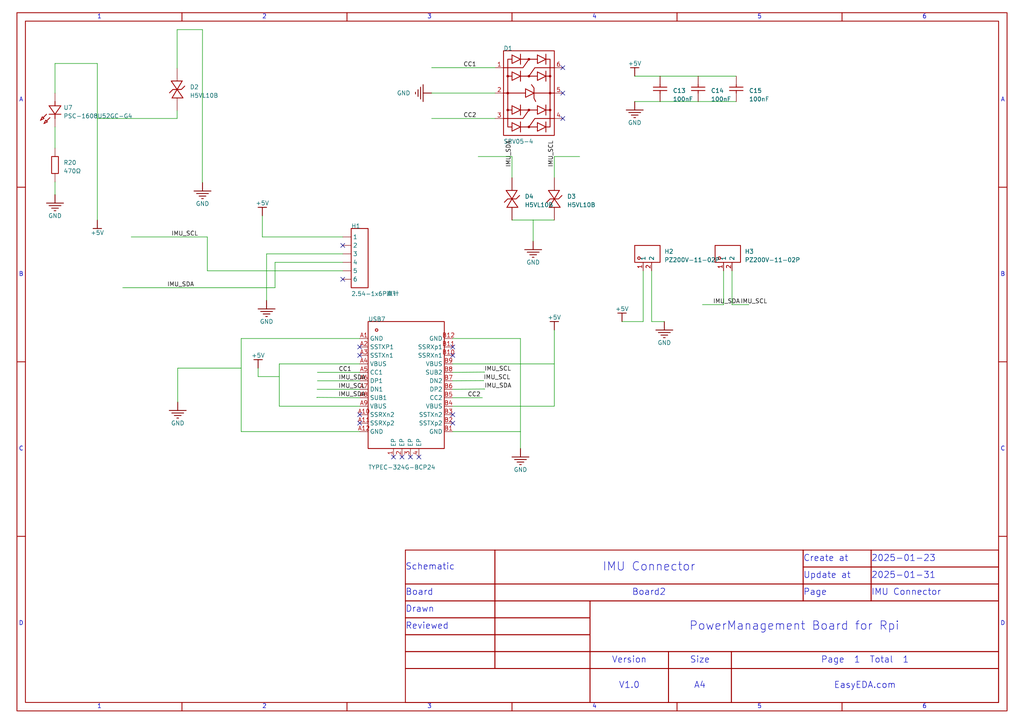
<source format=kicad_sch>
(kicad_sch (version 20231120) (generator "eeschema") (generator_version "8.0")
  (paper "User" 307.34 218.44)
  (lib_symbols
    (symbol "test-altium-import:+5V_BAR" (power)
      (property "Reference" "#PWR" (at 0 0 0))
      (property "Value" "+5V" (at 0 3.81 0))
      (symbol "+5V_BAR_0_0"
        (pin power_in line (at 0 0 0) (length 0) hide (name "+5V") (number ""))
      )
    )
    (symbol "test-altium-import:GND_POWER_GROUND" (power)
      (property "Reference" "#PWR" (at 0 0 0))
      (property "Value" "GND" (at 0 6.35 0))
      (symbol "GND_POWER_GROUND_0_0"
        (pin power_in line (at 0 0 0) (length 0) hide (name "GND") (number ""))
      )
    )
    (symbol "test-altium-import:root_0_2.54-1x6P直针"
      (symbol "root_0_2.54-1x6P直针_1_0"
        (pin passive line (at -5.08 6.35 0) (length 2.54) (name "1") (number "1"))
        (pin passive line (at -5.08 3.81 0) (length 2.54) (name "2") (number "2"))
        (pin passive line (at -5.08 1.27 0) (length 2.54) (name "3") (number "3"))
        (pin passive line (at -5.08 -1.27 0) (length 2.54) (name "4") (number "4"))
        (pin passive line (at -5.08 -3.81 0) (length 2.54) (name "5") (number "5"))
        (pin passive line (at -5.08 -6.35 0) (length 2.54) (name "6") (number "6"))
      )
    )
    (symbol "test-altium-import:root_0_TYPEC-324G-BCP24"
      (symbol "root_0_TYPEC-324G-BCP24_1_0"
        (pin passive line (at -5.08 -20.32 90) (length 2.54) (name "EP") (number "1"))
        (pin passive line (at -2.54 -20.32 90) (length 2.54) (name "EP") (number "2"))
        (pin passive line (at 0 -20.32 90) (length 2.54) (name "EP") (number "3"))
        (pin passive line (at 2.54 -20.32 90) (length 2.54) (name "EP") (number "4"))
        (pin passive line (at -15.24 15.24 0) (length 2.54) (name "GND") (number "A1"))
        (pin passive line (at -15.24 -7.62 0) (length 2.54) (name "SSRXn2") (number "A10"))
        (pin passive line (at -15.24 -10.16 0) (length 2.54) (name "SSRXp2") (number "A11"))
        (pin passive line (at -15.24 -12.7 0) (length 2.54) (name "GND") (number "A12"))
        (pin passive line (at -15.24 12.7 0) (length 2.54) (name "SSTXP1") (number "A2"))
        (pin passive line (at -15.24 10.16 0) (length 2.54) (name "SSTXn1") (number "A3"))
        (pin passive line (at -15.24 7.62 0) (length 2.54) (name "VBUS") (number "A4"))
        (pin passive line (at -15.24 5.08 0) (length 2.54) (name "CC1") (number "A5"))
        (pin passive line (at -15.24 2.54 0) (length 2.54) (name "DP1") (number "A6"))
        (pin passive line (at -15.24 0 0) (length 2.54) (name "DN1") (number "A7"))
        (pin passive line (at -15.24 -2.54 0) (length 2.54) (name "SUB1") (number "A8"))
        (pin passive line (at -15.24 -5.08 0) (length 2.54) (name "VBUS") (number "A9"))
        (pin passive line (at 12.7 -12.7 180) (length 2.54) (name "GND") (number "B1"))
        (pin passive line (at 12.7 10.16 180) (length 2.54) (name "SSRXn1") (number "B10"))
        (pin passive line (at 12.7 12.7 180) (length 2.54) (name "SSRXp1") (number "B11"))
        (pin passive line (at 12.7 15.24 180) (length 2.54) (name "GND") (number "B12"))
        (pin passive line (at 12.7 -10.16 180) (length 2.54) (name "SSTXp2") (number "B2"))
        (pin passive line (at 12.7 -7.62 180) (length 2.54) (name "SSTXn2") (number "B3"))
        (pin passive line (at 12.7 -5.08 180) (length 2.54) (name "VBUS") (number "B4"))
        (pin passive line (at 12.7 -2.54 180) (length 2.54) (name "CC2") (number "B5"))
        (pin passive line (at 12.7 0 180) (length 2.54) (name "DP2") (number "B6"))
        (pin passive line (at 12.7 2.54 180) (length 2.54) (name "DN2") (number "B7"))
        (pin passive line (at 12.7 5.08 180) (length 2.54) (name "SUB2") (number "B8"))
        (pin passive line (at 12.7 7.62 180) (length 2.54) (name "VBUS") (number "B9"))
      )
    )
    (symbol "test-altium-import:root_1_CL21B104KBCNNNC"
      (symbol "root_1_CL21B104KBCNNNC_1_0"
        (pin passive line (at 0 -3.81 90) (length 2.54) (name "1") (number "1"))
        (pin passive line (at 0 3.81 270) (length 2.54) (name "2") (number "2"))
      )
    )
    (symbol "test-altium-import:root_1_H5VL10B"
      (symbol "root_1_H5VL10B_1_0"
        (pin passive line (at 0 -6.35 90) (length 3.81) (name "C") (number "1"))
        (pin passive line (at 0 6.35 270) (length 3.81) (name "A") (number "2"))
      )
    )
    (symbol "test-altium-import:root_1_PSC-1608U52GC-G4"
      (symbol "root_1_PSC-1608U52GC-G4_1_0"
        (pin passive line (at 0 -5.08 90) (length 2.54) (name "K") (number "1"))
        (pin passive line (at 0 5.08 270) (length 2.54) (name "A") (number "2"))
      )
    )
    (symbol "test-altium-import:root_1_PZ200V-11-02P"
      (symbol "root_1_PZ200V-11-02P_1_0"
        (pin passive line (at -1.27 -5.08 90) (length 2.54) (name "1") (number "1"))
        (pin passive line (at 1.27 -5.08 90) (length 2.54) (name "2") (number "2"))
      )
    )
    (symbol "test-altium-import:root_1_RC0603FR-07470RL"
      (symbol "root_1_RC0603FR-07470RL_1_0"
        (pin passive line (at 0 -5.08 90) (length 2.54) (name "1") (number "1"))
        (pin passive line (at 0 5.08 270) (length 2.54) (name "2") (number "2"))
      )
    )
    (symbol "test-altium-import:root_3_SRV05-4_C558418"
      (symbol "root_3_SRV05-4_C558418_1_0"
        (pin passive line (at -10.16 7.62 0) (length 2.54) (name "1") (number "1"))
        (pin passive line (at -10.16 0 0) (length 2.54) (name "2") (number "2"))
        (pin passive line (at -10.16 -7.62 0) (length 2.54) (name "3") (number "3"))
        (pin passive line (at 10.16 -7.62 180) (length 2.54) (name "4") (number "4"))
        (pin passive line (at 10.16 0 180) (length 2.54) (name "5") (number "5"))
        (pin passive line (at 10.16 7.62 180) (length 2.54) (name "6") (number "6"))
      )
    )
  )
  (no_connect (at 107.95 127))
  (no_connect (at 168.91 20.32))
  (no_connect (at 102.87 73.66))
  (no_connect (at 107.95 124.46))
  (no_connect (at 118.11 137.16))
  (no_connect (at 168.91 27.94))
  (no_connect (at 107.95 104.14))
  (no_connect (at 135.89 124.46))
  (no_connect (at 135.89 127))
  (no_connect (at 120.65 137.16))
  (no_connect (at 135.89 106.68))
  (no_connect (at 107.95 106.68))
  (no_connect (at 125.73 137.16))
  (no_connect (at 123.19 137.16))
  (no_connect (at 168.91 35.56))
  (no_connect (at 135.89 104.14))
  (no_connect (at 102.87 83.82))
  (wire (pts (xy 107.95 111.76) (xy 95.25 111.76)))
  (polyline (pts (xy 121.666 195.58) (xy 148.526 195.58)) (stroke (width 0.254) (type solid) (color 160 0 0 1)))
  (wire (pts (xy 129.54 20.32) (xy 148.59 20.32)))
  (polyline (pts (xy 177.104 185.42) (xy 148.526 185.42)) (stroke (width 0.254) (type solid) (color 160 0 0 1)))
  (polyline (pts (xy 261.466 170.18) (xy 241.063 170.18)) (stroke (width 0.254) (type solid) (color 160 0 0 1)))
  (polyline (pts (xy 219.508 200.66) (xy 219.508 195.58)) (stroke (width 0.254) (type solid) (color 160 0 0 1)))
  (polyline (pts (xy 121.666 190.5) (xy 148.526 190.5)) (stroke (width 0.254) (type solid) (color 160 0 0 1)))
  (polyline (pts (xy 200.636 200.66) (xy 200.636 210.82)) (stroke (width 0.254) (type solid) (color 160 0 0 1)))
  (wire (pts (xy 107.95 114.3) (xy 95.25 114.3)))
  (wire (pts (xy 82.55 86.36) (xy 82.55 78.74)))
  (wire (pts (xy 166.37 46.99) (xy 166.37 53.34)))
  (polyline (pts (xy 261.466 175.26) (xy 261.466 170.18)) (stroke (width 0.254) (type solid) (color 160 0 0 1)))
  (wire (pts (xy 72.39 101.6) (xy 72.39 110.49)))
  (wire (pts (xy 72.39 101.6) (xy 107.95 101.6)))
  (polyline (pts (xy 177.104 185.42) (xy 177.104 190.5)) (stroke (width 0.254) (type solid) (color 160 0 0 1)))
  (polyline (pts (xy 148.526 200.66) (xy 121.666 200.66)) (stroke (width 0.254) (type solid) (color 160 0 0 1)))
  (wire (pts (xy 135.89 116.84) (xy 145.413 116.749)))
  (wire (pts (xy 53.159 33.201) (xy 53.159 35.56)))
  (polyline (pts (xy 200.636 210.82) (xy 177.104 210.82)) (stroke (width 0.254) (type solid) (color 160 0 0 1)))
  (polyline (pts (xy 148.526 165.1) (xy 241.063 165.1)) (stroke (width 0.254) (type solid) (color 160 0 0 1)))
  (polyline (pts (xy 299.72 165.1) (xy 299.72 170.18)) (stroke (width 0.254) (type solid) (color 160 0 0 1)))
  (polyline (pts (xy 261.466 175.26) (xy 299.72 175.26)) (stroke (width 0.254) (type solid) (color 160 0 0 1)))
  (polyline (pts (xy 177.104 210.82) (xy 177.104 200.66)) (stroke (width 0.254) (type solid) (color 160 0 0 1)))
  (polyline (pts (xy 219.508 200.66) (xy 219.508 210.82)) (stroke (width 0.254) (type solid) (color 160 0 0 1)))
  (polyline (pts (xy 148.526 185.42) (xy 121.666 185.42)) (stroke (width 0.254) (type solid) (color 160 0 0 1)))
  (polyline (pts (xy 121.666 180.34) (xy 121.666 175.26)) (stroke (width 0.254) (type solid) (color 160 0 0 1)))
  (polyline (pts (xy 261.466 175.26) (xy 241.063 175.26)) (stroke (width 0.254) (type solid) (color 160 0 0 1)))
  (wire (pts (xy 135.89 114.3) (xy 145.134 114.235)))
  (polyline (pts (xy 261.466 170.18) (xy 261.466 175.26)) (stroke (width 0.254) (type solid) (color 160 0 0 1)))
  (polyline (pts (xy 177.104 195.58) (xy 148.526 195.58)) (stroke (width 0.254) (type solid) (color 160 0 0 1)))
  (polyline (pts (xy 261.466 175.26) (xy 261.466 180.34)) (stroke (width 0.254) (type solid) (color 160 0 0 1)))
  (wire (pts (xy 217.17 91.44) (xy 217.17 81.28)))
  (wire (pts (xy 160.02 66.04) (xy 166.37 66.04)))
  (polyline (pts (xy 261.466 165.1) (xy 261.466 170.18)) (stroke (width 0.254) (type solid) (color 160 0 0 1)))
  (polyline (pts (xy 299.72 200.66) (xy 299.72 210.82)) (stroke (width 0.254) (type solid) (color 160 0 0 1)))
  (wire (pts (xy 29.21 66.04) (xy 29.21 35.56)))
  (polyline (pts (xy 148.526 185.42) (xy 148.526 190.5)) (stroke (width 0.254) (type solid) (color 160 0 0 1)))
  (polyline (pts (xy 148.526 195.58) (xy 148.526 190.5)) (stroke (width 0.254) (type solid) (color 160 0 0 1)))
  (polyline (pts (xy 241.063 175.26) (xy 148.526 175.26)) (stroke (width 0.254) (type solid) (color 160 0 0 1)))
  (polyline (pts (xy 121.666 210.82) (xy 121.666 200.66)) (stroke (width 0.254) (type solid) (color 160 0 0 1)))
  (polyline (pts (xy 121.666 200.66) (xy 121.666 195.58)) (stroke (width 0.254) (type solid) (color 160 0 0 1)))
  (wire (pts (xy 95.133 119.268) (xy 95.133 119.38)))
  (polyline (pts (xy 121.666 185.42) (xy 121.666 180.34)) (stroke (width 0.254) (type solid) (color 160 0 0 1)))
  (polyline (pts (xy 299.72 170.18) (xy 299.72 175.26)) (stroke (width 0.254) (type solid) (color 160 0 0 1)))
  (polyline (pts (xy 5.08 108.585) (xy 7.62 108.585)) (stroke (width 0.254) (type solid) (color 160 0 0 1)))
  (polyline (pts (xy 148.526 195.58) (xy 177.104 195.58)) (stroke (width 0.254) (type solid) (color 160 0 0 1)))
  (polyline (pts (xy 148.526 180.34) (xy 177.104 180.34)) (stroke (width 0.254) (type solid) (color 160 0 0 1)))
  (polyline (pts (xy 148.526 200.66) (xy 148.526 195.58)) (stroke (width 0.254) (type solid) (color 160 0 0 1)))
  (wire (pts (xy 53.34 120.65) (xy 53.34 110.49)))
  (polyline (pts (xy 200.636 195.58) (xy 219.508 195.58)) (stroke (width 0.254) (type solid) (color 160 0 0 1)))
  (polyline (pts (xy 241.063 175.26) (xy 261.466 175.26)) (stroke (width 0.254) (type solid) (color 160 0 0 1)))
  (wire (pts (xy 16.51 19.05) (xy 16.51 27.94)))
  (wire (pts (xy 60.779 8.89) (xy 60.725 54.791)))
  (polyline (pts (xy 177.104 190.5) (xy 148.526 190.5)) (stroke (width 0.254) (type solid) (color 160 0 0 1)))
  (wire (pts (xy 53.159 35.56) (xy 29.21 35.56)))
  (wire (pts (xy 83.82 121.92) (xy 83.82 113.03)))
  (wire (pts (xy 53.159 20.501) (xy 53.159 8.89)))
  (polyline (pts (xy 302.26 160.972) (xy 299.72 160.972)) (stroke (width 0.254) (type solid) (color 160 0 0 1)))
  (polyline (pts (xy 5.08 160.972) (xy 7.62 160.972)) (stroke (width 0.254) (type solid) (color 160 0 0 1)))
  (wire (pts (xy 220.98 22.86) (xy 209.55 22.86)))
  (polyline (pts (xy 121.666 195.58) (xy 121.666 190.5)) (stroke (width 0.254) (type solid) (color 160 0 0 1)))
  (wire (pts (xy 129.54 27.94) (xy 148.59 27.94)))
  (polyline (pts (xy 203.2 3.81) (xy 203.2 6.35)) (stroke (width 0.254) (type solid) (color 160 0 0 1)))
  (wire (pts (xy 83.82 113.03) (xy 83.82 109.22)))
  (polyline (pts (xy 177.104 195.58) (xy 177.104 200.66)) (stroke (width 0.254) (type solid) (color 160 0 0 1)))
  (polyline (pts (xy 200.636 195.58) (xy 200.636 200.66)) (stroke (width 0.254) (type solid) (color 160 0 0 1)))
  (wire (pts (xy 145.413 116.749) (xy 145.413 116.84)))
  (wire (pts (xy 129.54 35.56) (xy 148.59 35.56)))
  (wire (pts (xy 36.83 86.36) (xy 82.55 86.36)))
  (polyline (pts (xy 148.526 195.58) (xy 148.526 200.66)) (stroke (width 0.254) (type solid) (color 160 0 0 1)))
  (polyline (pts (xy 219.508 200.66) (xy 299.72 200.66)) (stroke (width 0.254) (type solid) (color 160 0 0 1)))
  (polyline (pts (xy 299.72 195.58) (xy 177.104 195.58)) (stroke (width 0.254) (type solid) (color 160 0 0 1)))
  (polyline (pts (xy 299.72 200.66) (xy 219.508 200.66)) (stroke (width 0.254) (type solid) (color 160 0 0 1)))
  (wire (pts (xy 210.82 91.44) (xy 217.17 91.44)))
  (wire (pts (xy 193.04 81.28) (xy 193.04 96.52)))
  (wire (pts (xy 62.23 71.12) (xy 39.37 71.12)))
  (polyline (pts (xy 261.466 170.18) (xy 261.466 165.1)) (stroke (width 0.254) (type solid) (color 160 0 0 1)))
  (polyline (pts (xy 299.72 175.26) (xy 261.466 175.26)) (stroke (width 0.254) (type solid) (color 160 0 0 1)))
  (polyline (pts (xy 121.666 175.26) (xy 148.526 175.26)) (stroke (width 0.254) (type solid) (color 160 0 0 1)))
  (polyline (pts (xy 177.104 200.66) (xy 177.104 210.82)) (stroke (width 0.254) (type solid) (color 160 0 0 1)))
  (wire (pts (xy 107.95 121.92) (xy 83.82 121.92)))
  (wire (pts (xy 199.39 96.52) (xy 195.58 96.52)))
  (wire (pts (xy 224.79 91.44) (xy 219.71 91.44)))
  (wire (pts (xy 193.04 96.52) (xy 186.69 96.52)))
  (polyline (pts (xy 299.72 180.34) (xy 299.72 195.58)) (stroke (width 0.254) (type solid) (color 160 0 0 1)))
  (wire (pts (xy 160.02 72.39) (xy 160.02 66.04)))
  (wire (pts (xy 156.21 101.6) (xy 135.89 101.6)))
  (polyline (pts (xy 203.2 213.36) (xy 203.2 210.82)) (stroke (width 0.254) (type solid) (color 160 0 0 1)))
  (polyline (pts (xy 200.636 200.66) (xy 219.508 200.66)) (stroke (width 0.254) (type solid) (color 160 0 0 1)))
  (wire (pts (xy 78.74 71.12) (xy 102.87 71.12)))
  (wire (pts (xy 156.21 101.6) (xy 156.21 129.54)))
  (polyline (pts (xy 148.526 175.26) (xy 148.526 165.1)) (stroke (width 0.254) (type solid) (color 160 0 0 1)))
  (wire (pts (xy 53.159 8.89) (xy 60.779 8.89)))
  (polyline (pts (xy 148.526 180.34) (xy 148.526 185.42)) (stroke (width 0.254) (type solid) (color 160 0 0 1)))
  (polyline (pts (xy 241.063 175.26) (xy 241.063 180.34)) (stroke (width 0.254) (type solid) (color 160 0 0 1)))
  (polyline (pts (xy 241.063 165.1) (xy 261.466 165.1)) (stroke (width 0.254) (type solid) (color 160 0 0 1)))
  (polyline (pts (xy 177.104 210.82) (xy 121.666 210.82)) (stroke (width 0.254) (type solid) (color 160 0 0 1)))
  (polyline (pts (xy 177.104 180.34) (xy 299.72 180.34)) (stroke (width 0.254) (type solid) (color 160 0 0 1)))
  (wire (pts (xy 173.99 46.99) (xy 166.37 46.99)))
  (polyline (pts (xy 54.61 213.36) (xy 54.61 210.82)) (stroke (width 0.254) (type solid) (color 160 0 0 1)))
  (polyline (pts (xy 54.61 3.81) (xy 54.61 6.35)) (stroke (width 0.254) (type solid) (color 160 0 0 1)))
  (wire (pts (xy 190.5 30.48) (xy 198.12 30.48)))
  (polyline (pts (xy 148.526 190.5) (xy 148.526 195.58)) (stroke (width 0.254) (type solid) (color 160 0 0 1)))
  (wire (pts (xy 82.55 78.74) (xy 102.87 78.74)))
  (wire (pts (xy 198.12 22.86) (xy 209.55 22.86)))
  (wire (pts (xy 16.51 54.61) (xy 16.51 58.42)))
  (polyline (pts (xy 121.666 190.5) (xy 121.666 185.42)) (stroke (width 0.254) (type solid) (color 160 0 0 1)))
  (polyline (pts (xy 299.72 180.34) (xy 261.466 180.34)) (stroke (width 0.254) (type solid) (color 160 0 0 1)))
  (polyline (pts (xy 148.526 180.34) (xy 121.666 180.34)) (stroke (width 0.254) (type solid) (color 160 0 0 1)))
  (polyline (pts (xy 241.063 180.34) (xy 241.063 175.26)) (stroke (width 0.254) (type solid) (color 160 0 0 1)))
  (polyline (pts (xy 148.526 180.34) (xy 148.526 175.26)) (stroke (width 0.254) (type solid) (color 160 0 0 1)))
  (polyline (pts (xy 148.526 175.26) (xy 121.666 175.26)) (stroke (width 0.254) (type solid) (color 160 0 0 1)))
  (wire (pts (xy 62.23 71.12) (xy 62.23 81.28)))
  (wire (pts (xy 145.134 114.235) (xy 145.134 114.3)))
  (polyline (pts (xy 153.67 3.81) (xy 153.67 6.35)) (stroke (width 0.254) (type solid) (color 160 0 0 1)))
  (polyline (pts (xy 121.666 180.34) (xy 148.526 180.34)) (stroke (width 0.254) (type solid) (color 160 0 0 1)))
  (wire (pts (xy 166.37 99.06) (xy 166.37 109.22)))
  (polyline (pts (xy 241.063 175.26) (xy 241.063 170.18)) (stroke (width 0.254) (type solid) (color 160 0 0 1)))
  (polyline (pts (xy 104.14 213.36) (xy 104.14 210.82)) (stroke (width 0.254) (type solid) (color 160 0 0 1)))
  (wire (pts (xy 166.37 121.92) (xy 135.89 121.92)))
  (wire (pts (xy 135.89 111.76) (xy 145.388 111.669)))
  (polyline (pts (xy 200.636 200.66) (xy 200.636 195.58)) (stroke (width 0.254) (type solid) (color 160 0 0 1)))
  (polyline (pts (xy 261.466 180.34) (xy 261.466 175.26)) (stroke (width 0.254) (type solid) (color 160 0 0 1)))
  (polyline (pts (xy 261.466 170.18) (xy 299.72 170.18)) (stroke (width 0.254) (type solid) (color 160 0 0 1)))
  (wire (pts (xy 77.47 110.49) (xy 77.47 113.03)))
  (polyline (pts (xy 200.636 200.66) (xy 177.104 200.66)) (stroke (width 0.254) (type solid) (color 160 0 0 1)))
  (polyline (pts (xy 177.104 200.66) (xy 148.526 200.66)) (stroke (width 0.254) (type solid) (color 160 0 0 1)))
  (wire (pts (xy 83.82 109.22) (xy 107.95 109.22)))
  (wire (pts (xy 29.21 19.05) (xy 16.51 19.05)))
  (polyline (pts (xy 302.26 56.197) (xy 299.72 56.197)) (stroke (width 0.254) (type solid) (color 160 0 0 1)))
  (wire (pts (xy 198.12 30.48) (xy 209.55 30.48)))
  (wire (pts (xy 53.34 110.49) (xy 72.39 110.49)))
  (polyline (pts (xy 302.26 108.585) (xy 299.72 108.585)) (stroke (width 0.254) (type solid) (color 160 0 0 1)))
  (wire (pts (xy 78.74 71.12) (xy 78.74 64.77)))
  (wire (pts (xy 153.67 46.99) (xy 153.67 53.34)))
  (polyline (pts (xy 121.666 200.66) (xy 177.104 200.66)) (stroke (width 0.254) (type solid) (color 160 0 0 1)))
  (polyline (pts (xy 200.636 210.82) (xy 200.636 200.66)) (stroke (width 0.254) (type solid) (color 160 0 0 1)))
  (wire (pts (xy 62.23 81.28) (xy 102.87 81.28)))
  (wire (pts (xy 220.98 30.48) (xy 209.55 30.48)))
  (polyline (pts (xy 177.104 195.58) (xy 200.636 195.58)) (stroke (width 0.254) (type solid) (color 160 0 0 1)))
  (wire (pts (xy 77.47 113.03) (xy 83.82 113.03)))
  (polyline (pts (xy 148.526 190.5) (xy 148.526 185.42)) (stroke (width 0.254) (type solid) (color 160 0 0 1)))
  (polyline (pts (xy 121.666 165.1) (xy 148.526 165.1)) (stroke (width 0.254) (type solid) (color 160 0 0 1)))
  (polyline (pts (xy 299.72 210.82) (xy 219.508 210.82)) (stroke (width 0.254) (type solid) (color 160 0 0 1)))
  (polyline (pts (xy 252.73 213.36) (xy 252.73 210.82)) (stroke (width 0.254) (type solid) (color 160 0 0 1)))
  (polyline (pts (xy 148.526 185.42) (xy 148.526 180.34)) (stroke (width 0.254) (type solid) (color 160 0 0 1)))
  (polyline (pts (xy 299.72 175.26) (xy 299.72 180.34)) (stroke (width 0.254) (type solid) (color 160 0 0 1)))
  (wire (pts (xy 107.95 119.38) (xy 95.133 119.268)))
  (wire (pts (xy 145.388 111.669) (xy 145.388 111.76)))
  (polyline (pts (xy 241.063 165.1) (xy 241.063 175.26)) (stroke (width 0.254) (type solid) (color 160 0 0 1)))
  (polyline (pts (xy 121.666 185.42) (xy 148.526 185.42)) (stroke (width 0.254) (type solid) (color 160 0 0 1)))
  (polyline (pts (xy 177.104 190.5) (xy 177.104 195.58)) (stroke (width 0.254) (type solid) (color 160 0 0 1)))
  (polyline (pts (xy 219.508 195.58) (xy 219.508 200.66)) (stroke (width 0.254) (type solid) (color 160 0 0 1)))
  (wire (pts (xy 143.51 46.99) (xy 153.67 46.99)))
  (polyline (pts (xy 177.104 180.34) (xy 177.104 185.42)) (stroke (width 0.254) (type solid) (color 160 0 0 1)))
  (polyline (pts (xy 241.063 170.18) (xy 241.063 165.1)) (stroke (width 0.254) (type solid) (color 160 0 0 1)))
  (wire (pts (xy 195.58 96.52) (xy 195.58 81.28)))
  (wire (pts (xy 166.37 109.22) (xy 166.37 121.92)))
  (polyline (pts (xy 148.526 195.58) (xy 121.666 195.58)) (stroke (width 0.254) (type solid) (color 160 0 0 1)))
  (polyline (pts (xy 148.526 185.42) (xy 177.104 185.42)) (stroke (width 0.254) (type solid) (color 160 0 0 1)))
  (wire (pts (xy 219.71 91.44) (xy 219.71 81.28)))
  (polyline (pts (xy 148.526 190.5) (xy 121.666 190.5)) (stroke (width 0.254) (type solid) (color 160 0 0 1)))
  (polyline (pts (xy 104.14 3.81) (xy 104.14 6.35)) (stroke (width 0.254) (type solid) (color 160 0 0 1)))
  (wire (pts (xy 29.21 19.05) (xy 29.21 35.56)))
  (wire (pts (xy 135.89 129.54) (xy 156.21 129.54)))
  (wire (pts (xy 107.95 116.84) (xy 95.165 116.84)))
  (polyline (pts (xy 241.063 180.34) (xy 148.526 180.34)) (stroke (width 0.254) (type solid) (color 160 0 0 1)))
  (polyline (pts (xy 219.508 195.58) (xy 299.72 195.58)) (stroke (width 0.254) (type solid) (color 160 0 0 1)))
  (wire (pts (xy 80.01 76.2) (xy 102.87 76.2)))
  (polyline (pts (xy 121.666 175.26) (xy 121.666 165.1)) (stroke (width 0.254) (type solid) (color 160 0 0 1)))
  (polyline (pts (xy 148.526 165.1) (xy 148.526 175.26)) (stroke (width 0.254) (type solid) (color 160 0 0 1)))
  (polyline (pts (xy 219.508 200.66) (xy 200.636 200.66)) (stroke (width 0.254) (type solid) (color 160 0 0 1)))
  (polyline (pts (xy 177.104 195.58) (xy 177.104 180.34)) (stroke (width 0.254) (type solid) (color 160 0 0 1)))
  (wire (pts (xy 72.39 129.54) (xy 107.95 129.54)))
  (polyline (pts (xy 177.104 200.66) (xy 177.104 195.58)) (stroke (width 0.254) (type solid) (color 160 0 0 1)))
  (polyline (pts (xy 148.526 175.26) (xy 148.526 180.34)) (stroke (width 0.254) (type solid) (color 160 0 0 1)))
  (polyline (pts (xy 261.466 180.34) (xy 241.063 180.34)) (stroke (width 0.254) (type solid) (color 160 0 0 1)))
  (polyline (pts (xy 5.08 56.197) (xy 7.62 56.197)) (stroke (width 0.254) (type solid) (color 160 0 0 1)))
  (polyline (pts (xy 219.508 210.82) (xy 219.508 200.66)) (stroke (width 0.254) (type solid) (color 160 0 0 1)))
  (wire (pts (xy 80.01 76.2) (xy 80.01 90.17)))
  (polyline (pts (xy 252.73 3.81) (xy 252.73 6.35)) (stroke (width 0.254) (type solid) (color 160 0 0 1)))
  (wire (pts (xy 72.39 129.54) (xy 72.39 110.49)))
  (polyline (pts (xy 148.526 175.26) (xy 241.063 175.26)) (stroke (width 0.254) (type solid) (color 160 0 0 1)))
  (polyline (pts (xy 177.104 200.66) (xy 200.636 200.66)) (stroke (width 0.254) (type solid) (color 160 0 0 1)))
  (wire (pts (xy 16.51 38.1) (xy 16.51 44.45)))
  (wire (pts (xy 190.5 22.86) (xy 198.12 22.86)))
  (polyline (pts (xy 299.72 195.58) (xy 299.72 200.66)) (stroke (width 0.254) (type solid) (color 160 0 0 1)))
  (polyline (pts (xy 241.063 170.18) (xy 261.466 170.18)) (stroke (width 0.254) (type solid) (color 160 0 0 1)))
  (wire (pts (xy 160.02 66.04) (xy 153.67 66.04)))
  (polyline (pts (xy 153.67 213.36) (xy 153.67 210.82)) (stroke (width 0.254) (type solid) (color 160 0 0 1)))
  (polyline (pts (xy 148.526 190.5) (xy 177.104 190.5)) (stroke (width 0.254) (type solid) (color 160 0 0 1)))
  (polyline (pts (xy 219.508 210.82) (xy 200.636 210.82)) (stroke (width 0.254) (type solid) (color 160 0 0 1)))
  (wire (pts (xy 166.37 109.22) (xy 135.89 109.22)))
  (polyline (pts (xy 261.466 165.1) (xy 299.72 165.1)) (stroke (width 0.254) (type solid) (color 160 0 0 1)))
  (wire (pts (xy 135.89 119.38) (xy 144.78 119.38)))
  (wire (pts (xy 156.21 134.62) (xy 156.21 129.54)))
  (polyline (pts (xy 299.72 170.18) (xy 261.466 170.18)) (stroke (width 0.254) (type solid) (color 160 0 0 1)))
  (rectangle (start 299.72 6.35) (end 7.62 210.82) (stroke (width 0.254) (color 160 0 0 1)))
  (rectangle (start 302.26 3.81) (end 5.08 213.36) (stroke (width 0.254) (color 160 0 0 1)))
  (text "Board" (at 121.666 177.8 0) (effects (font (size 1.905 1.905)) (justify left)))
  (text "IMU Connector" (at 261.466 177.8 0) (effects (font (size 1.905 1.905)) (justify left)))
  (text "6" (at 277.495 5.08 0) (effects (font (size 1.27 1.27))))
  (text "B" (at 300.99 82.391 0) (effects (font (size 1.27 1.27))))
  (text "1" (at 29.845 5.08 0) (effects (font (size 1.27 1.27))))
  (text "" (at 148.526 182.88 0) (effects (font (size 1.905 1.905)) (justify left)))
  (text "Schematic" (at 121.666 170.18 0) (effects (font (size 1.905 1.905)) (justify left)))
  (text "A4" (at 210.072 205.74 0) (effects (font (size 1.905 1.905))))
  (text "Reviewed" (at 121.666 187.96 0) (effects (font (size 1.905 1.905)) (justify left)))
  (text "Version" (at 188.87 198.12 0) (effects (font (size 1.905 1.905))))
  (text "6" (at 277.495 212.09 0) (effects (font (size 1.27 1.27))))
  (text "2025-01-23" (at 261.466 167.64 0) (effects (font (size 1.905 1.905)) (justify left)))
  (text "Update at" (at 241.063 172.72 0) (effects (font (size 1.905 1.905)) (justify left)))
  (text "3" (at 128.905 212.09 0) (effects (font (size 1.27 1.27))))
  (text "B" (at 6.35 82.391 0) (effects (font (size 1.27 1.27))))
  (text "5" (at 227.965 212.09 0) (effects (font (size 1.27 1.27))))
  (text "C" (at 300.99 134.779 0) (effects (font (size 1.27 1.27))))
  (text "2" (at 79.375 212.09 0) (effects (font (size 1.27 1.27))))
  (text "1" (at 29.845 212.09 0) (effects (font (size 1.27 1.27))))
  (text "5" (at 227.965 5.08 0) (effects (font (size 1.27 1.27))))
  (text "2" (at 79.375 5.08 0) (effects (font (size 1.27 1.27))))
  (text "PowerManagement Board for Rpi" (at 238.412 187.96 0) (effects (font (size 2.54 2.54))))
  (text "Create at" (at 241.063 167.64 0) (effects (font (size 1.905 1.905)) (justify left)))
  (text "IMU Connector" (at 194.794 170.18 0) (effects (font (size 2.54 2.54))))
  (text "3" (at 128.905 5.08 0) (effects (font (size 1.27 1.27))))
  (text "Page  1  Total  1" (at 259.614 198.12 0) (effects (font (size 1.905 1.905))))
  (text "" (at 148.526 187.96 0) (effects (font (size 1.905 1.905)) (justify left)))
  (text "D" (at 6.35 187.166 0) (effects (font (size 1.27 1.27))))
  (text "A" (at 6.35 30.004 0) (effects (font (size 1.27 1.27))))
  (text "2025-01-31" (at 261.466 172.72 0) (effects (font (size 1.905 1.905)) (justify left)))
  (text "Size" (at 210.072 198.12 0) (effects (font (size 1.905 1.905))))
  (text "C" (at 6.35 134.779 0) (effects (font (size 1.27 1.27))))
  (text "V1.0" (at 188.87 205.74 0) (effects (font (size 1.905 1.905))))
  (text "Page" (at 241.063 177.8 0) (effects (font (size 1.905 1.905)) (justify left)))
  (text "A" (at 300.99 30.004 0) (effects (font (size 1.27 1.27))))
  (text "D" (at 300.99 187.166 0) (effects (font (size 1.27 1.27))))
  (text "Board2" (at 194.794 177.8 0) (effects (font (size 1.905 1.905))))
  (text "EasyEDA.com" (at 259.614 205.74 0) (effects (font (size 1.905 1.905))))
  (text "4" (at 178.435 5.08 0) (effects (font (size 1.27 1.27))))
  (text "Drawn" (at 121.666 182.88 0) (effects (font (size 1.905 1.905)) (justify left)))
  (text "4" (at 178.435 212.09 0) (effects (font (size 1.27 1.27))))
  (label "CC1" (at 101.6 111.76 0))
  (label "IMU_SDA" (at 101.542 119.324 0))
  (label "CC2" (at 139.065 35.56 0))
  (label "IMU_SCL" (at 101.557 116.84 0))
  (label "IMU_SDA" (at 213.995 91.44 0))
  (label "IMU_SCL" (at 145.388 111.669 0))
  (label "IMU_SDA" (at 153.67 50.165 90))
  (label "CC1" (at 139.065 20.32 0))
  (label "IMU_SCL" (at 222.25 91.44 0))
  (label "IMU_SDA" (at 50.165 86.36 0))
  (label "IMU_SDA" (at 101.6 114.3 0))
  (label "CC2" (at 140.335 119.38 0))
  (label "IMU_SCL" (at 51.435 71.12 0))
  (label "IMU_SDA" (at 145.413 116.749 0))
  (label "IMU_SCL" (at 145.134 114.235 0))
  (label "IMU_SCL" (at 166.37 50.165 90))
  (symbol (lib_id "test-altium-import:GND_POWER_GROUND") (at 190.5 30.48 0) (unit 1)
    (property "Reference" "#PWR?" (effects (hide yes)))
    (property "Value" "GND" (at 190.5 36.83 0))
  )
  (symbol (lib_id "test-altium-import:+5V_BAR") (at 190.5 22.86 180) (unit 1)
    (property "Reference" "#PWR?" (effects (hide yes)))
    (property "Value" "+5V" (at 190.5 19.05 0))
  )
  (symbol (lib_id "test-altium-import:+5V_BAR") (at 166.37 99.06 180) (unit 1)
    (property "Reference" "#PWR?" (effects (hide yes)))
    (property "Value" "+5V" (at 166.37 95.25 0))
  )
  (symbol (lib_id "test-altium-import:+5V_BAR") (at 78.74 64.77 180) (unit 1)
    (property "Reference" "#PWR?" (effects (hide yes)))
    (property "Value" "+5V" (at 78.74 60.96 0))
  )
  (symbol (lib_id "test-altium-import:GND_POWER_GROUND") (at 160.02 72.39 0) (unit 1)
    (property "Reference" "#PWR?" (effects (hide yes)))
    (property "Value" "GND" (at 160.02 78.74 0))
  )
  (symbol (lib_id "test-altium-import:GND_POWER_GROUND") (at 129.54 27.94 270) (unit 1)
    (property "Reference" "#PWR?" (effects (hide yes)))
    (property "Value" "GND" (at 123.19 27.94 90) (effects (justify right)))
  )
  (symbol (lib_id "test-altium-import:root_1_PSC-1608U52GC-G4") (at 16.51 33.02 0) (unit 1)
    (property "Reference" "U7" (at 19.05 33.02 0) (effects (justify left bottom)))
    (property "Value" "PSC-1608U52GC-G4" (at 19.05 35.56 0) (effects (justify left bottom)))
    (property "Footprint" "LED0603-RD_GREEN" (effects (hide yes)))
    (property "SYMBOL" "PSC-1608U52GC-G4" (effects (hide yes)))
    (property "DEVICE" "PSC-1608U52GC-G4" (effects (hide yes)))
    (property "LCSC PART NAME" "钻孔1608低亮绿灯" (effects (hide yes)))
    (property "SUPPLIER PART" "C22371297" (effects (hide yes)))
    (property "MANUFACTURER" "HONGLITRONIC(鸿利光电)" (effects (hide yes)))
    (property "MANUFACTURER PART" "PSC-1608U52GC-G4" (effects (hide yes)))
    (property "SUPPLIER FOOTPRINT" "0603" (effects (hide yes)))
    (property "JLCPCB PART CLASS" "Extended Part" (effects (hide yes)))
    (property "DATASHEET" "https://atta.szlcsc.com/upload/public/pdf/source/20240328/4E4686E4F5DB651C0553C7ABD92F986B.pdf" (effects (hide yes)))
    (property "SUPPLIER" "LCSC" (effects (hide yes)))
    (property "ADD INTO BOM" "yes" (effects (hide yes)))
    (property "CONVERT TO PCB" "yes" (effects (hide yes)))
    (property "EMITTED COLOR" "Green" (effects (hide yes)))
  )
  (symbol (lib_id "test-altium-import:root_1_CL21B104KBCNNNC") (at 220.98 26.67 0) (unit 1)
    (property "Reference" "C15" (at 224.79 27.94 0) (effects (justify left bottom)))
    (property "Value" "100nF" (at 224.79 30.48 0) (effects (justify left bottom)))
    (property "Footprint" "C0805" (effects (hide yes)))
    (property "SYMBOL" "CL21B104KBCNNNC" (effects (hide yes)))
    (property "DEVICE" "CL21B104KBCNNNC" (effects (hide yes)))
    (property "LCSC PART NAME" "100nF ±10% 50V" (effects (hide yes)))
    (property "SUPPLIER PART" "C1711" (effects (hide yes)))
    (property "MANUFACTURER" "SAMSUNG(三星)" (effects (hide yes)))
    (property "MANUFACTURER PART" "CL21B104KBCNNNC" (effects (hide yes)))
    (property "SUPPLIER FOOTPRINT" "0805" (effects (hide yes)))
    (property "JLCPCB PART CLASS" "Extended Part" (effects (hide yes)))
    (property "DATASHEET" "https://atta.szlcsc.com/upload/public/pdf/source/20160218/1457707763339.pdf" (effects (hide yes)))
    (property "SUPPLIER" "LCSC" (effects (hide yes)))
    (property "ADD INTO BOM" "yes" (effects (hide yes)))
    (property "CONVERT TO PCB" "yes" (effects (hide yes)))
    (property "ALTIUM_VALUE" "100nF" (effects (hide yes)))
    (property "TOLERANCE" "±10%" (effects (hide yes)))
  )
  (symbol (lib_id "test-altium-import:root_1_H5VL10B") (at 53.159 26.851 0) (unit 1)
    (property "Reference" "D2" (at 56.969 26.851 0) (effects (justify left bottom)))
    (property "Value" "H5VL10B" (at 56.969 29.391 0) (effects (justify left bottom)))
    (property "Footprint" "SOD-882_L1.0-W0.6-BI" (effects (hide yes)))
    (property "SYMBOL" "H5VL10B" (effects (hide yes)))
    (property "DEVICE" "H5VL10B" (effects (hide yes)))
    (property "LCSC PART NAME" "H5VL10B 丝印 PB" (effects (hide yes)))
    (property "SUPPLIER PART" "C7420372" (effects (hide yes)))
    (property "MANUFACTURER" "宏迦橙" (effects (hide yes)))
    (property "MANUFACTURER PART" "H5VL10B" (effects (hide yes)))
    (property "SUPPLIER FOOTPRINT" "DFN1006-2L" (effects (hide yes)))
    (property "JLCPCB PART CLASS" "Extended Part" (effects (hide yes)))
    (property "DATASHEET" "https://atta.szlcsc.com/upload/public/pdf/source/20230630/5024ECFEAD3C9801B07A8DBB967AB462.pdf" (effects (hide yes)))
    (property "SUPPLIER" "LCSC" (effects (hide yes)))
    (property "ADD INTO BOM" "yes" (effects (hide yes)))
    (property "CONVERT TO PCB" "yes" (effects (hide yes)))
    (property "POLARITY" "Bidirectional" (effects (hide yes)))
    (property "REVERSE STAND-OFF VOLTAGE (VRWM)" "5V" (effects (hide yes)))
    (property "MAXIMUM CLAMPING VOLTAGE" "10V" (effects (hide yes)))
    (property "PEAK PULSE CURRENT (IPP)" "5A" (effects (hide yes)))
    (property "PEAK PULSE POWER DISSIPATION (PPP)" "50W" (effects (hide yes)))
    (property "BREAKDOWN VOLTAGE" "5.6V" (effects (hide yes)))
    (property "REVERSE LEAKAGE CURRENT (IR)" "100nA" (effects (hide yes)))
    (property "NUMBER OF LINES" "Single channel" (effects (hide yes)))
    (property "OPERATING TEMPERATURE" "-55℃~+155℃" (effects (hide yes)))
    (property "LEVEL OF PROTECTION" "-" (effects (hide yes)))
    (property "TYPE" "ESD" (effects (hide yes)))
    (property "JUNCTION CAPACITANCE" "-" (effects (hide yes)))
  )
  (symbol (lib_id "test-altium-import:root_1_PZ200V-11-02P") (at 194.31 76.2 0) (unit 1)
    (property "Reference" "H2" (at 199.39 76.2 0) (effects (justify left bottom)))
    (property "Value" "PZ200V-11-02P" (at 199.39 78.74 0) (effects (justify left bottom)))
    (property "Footprint" "HDR-TH_2P-P2.00-V-M" (effects (hide yes)))
    (property "SYMBOL" "PZ200V-11-02P" (effects (hide yes)))
    (property "DEVICE" "PZ200V-11-02P" (effects (hide yes)))
    (property "SUPPLIER" "LCSC" (effects (hide yes)))
    (property "SUPPLIER PART" "C541856" (effects (hide yes)))
    (property "MANUFACTURER" "XFCN(兴飞)" (effects (hide yes)))
    (property "MANUFACTURER PART" "PZ200V-11-02P" (effects (hide yes)))
    (property "JLCPCB PART CLASS" "Extended Part" (effects (hide yes)))
    (property "LCSC PART NAME" "间距:2mm 1x2P 直插 方针" (effects (hide yes)))
    (property "SUPPLIER FOOTPRINT" "插件,P=2mm" (effects (hide yes)))
    (property "DATASHEET" "https://atta.szlcsc.com/upload/public/pdf/source/20200518/C541858_7610F54454E936EFCDE06B655DF7C837.pdf" (effects (hide yes)))
    (property "ADD INTO BOM" "yes" (effects (hide yes)))
    (property "CONVERT TO PCB" "yes" (effects (hide yes)))
    (property "PIN STRUCTURE" "1x2P" (effects (hide yes)))
    (property "PITCH" "2mm" (effects (hide yes)))
    (property "ROW SPACING" "-" (effects (hide yes)))
    (property "CIRCLUAR PINS/SQUARE PINS" "Square Pins" (effects (hide yes)))
    (property "MOUNTING TYPE" "Straight" (effects (hide yes)))
    (property "NUMBER OF ROWS" "Plugin" (effects (hide yes)))
    (property "NUMBER OF PINS" "2P" (effects (hide yes)))
    (property "CURRENT RATING (MAX)" "-" (effects (hide yes)))
    (property "VOLTAGE RATING (MAX)" "-" (effects (hide yes)))
    (property "LENGTH OF MATING PIN" "3.9mm" (effects (hide yes)))
    (property "INSULATION HEIGHT" "2mm" (effects (hide yes)))
    (property "LENGTH OF END CONNECTION PIN" "2.8mm" (effects (hide yes)))
    (property "CONTACT PLATING" "-" (effects (hide yes)))
    (property "OPERATING TEMPERATURE RANGE" "-40℃~+105℃" (effects (hide yes)))
    (property "SOLDERING TEMPERATURE(MAX)" "-" (effects (hide yes)))
    (property "COLOR" "Black" (effects (hide yes)))
  )
  (symbol (lib_id "test-altium-import:root_1_CL21B104KBCNNNC") (at 198.12 26.67 0) (unit 1)
    (property "Reference" "C13" (at 201.93 27.94 0) (effects (justify left bottom)))
    (property "Value" "100nF" (at 201.93 30.48 0) (effects (justify left bottom)))
    (property "Footprint" "C0805" (effects (hide yes)))
    (property "SYMBOL" "CL21B104KBCNNNC" (effects (hide yes)))
    (property "DEVICE" "CL21B104KBCNNNC" (effects (hide yes)))
    (property "LCSC PART NAME" "100nF ±10% 50V" (effects (hide yes)))
    (property "SUPPLIER PART" "C1711" (effects (hide yes)))
    (property "MANUFACTURER" "SAMSUNG(三星)" (effects (hide yes)))
    (property "MANUFACTURER PART" "CL21B104KBCNNNC" (effects (hide yes)))
    (property "SUPPLIER FOOTPRINT" "0805" (effects (hide yes)))
    (property "JLCPCB PART CLASS" "Extended Part" (effects (hide yes)))
    (property "DATASHEET" "https://atta.szlcsc.com/upload/public/pdf/source/20160218/1457707763339.pdf" (effects (hide yes)))
    (property "SUPPLIER" "LCSC" (effects (hide yes)))
    (property "ADD INTO BOM" "yes" (effects (hide yes)))
    (property "CONVERT TO PCB" "yes" (effects (hide yes)))
    (property "ALTIUM_VALUE" "100nF" (effects (hide yes)))
    (property "TOLERANCE" "±10%" (effects (hide yes)))
  )
  (symbol (lib_id "test-altium-import:root_1_PZ200V-11-02P") (at 218.44 76.2 0) (unit 1)
    (property "Reference" "H3" (at 223.52 76.2 0) (effects (justify left bottom)))
    (property "Value" "PZ200V-11-02P" (at 223.52 78.74 0) (effects (justify left bottom)))
    (property "Footprint" "HDR-TH_2P-P2.00-V-M" (effects (hide yes)))
    (property "SYMBOL" "PZ200V-11-02P" (effects (hide yes)))
    (property "DEVICE" "PZ200V-11-02P" (effects (hide yes)))
    (property "SUPPLIER" "LCSC" (effects (hide yes)))
    (property "SUPPLIER PART" "C541856" (effects (hide yes)))
    (property "MANUFACTURER" "XFCN(兴飞)" (effects (hide yes)))
    (property "MANUFACTURER PART" "PZ200V-11-02P" (effects (hide yes)))
    (property "JLCPCB PART CLASS" "Extended Part" (effects (hide yes)))
    (property "LCSC PART NAME" "间距:2mm 1x2P 直插 方针" (effects (hide yes)))
    (property "SUPPLIER FOOTPRINT" "插件,P=2mm" (effects (hide yes)))
    (property "DATASHEET" "https://atta.szlcsc.com/upload/public/pdf/source/20200518/C541858_7610F54454E936EFCDE06B655DF7C837.pdf" (effects (hide yes)))
    (property "ADD INTO BOM" "yes" (effects (hide yes)))
    (property "CONVERT TO PCB" "yes" (effects (hide yes)))
    (property "PIN STRUCTURE" "1x2P" (effects (hide yes)))
    (property "PITCH" "2mm" (effects (hide yes)))
    (property "ROW SPACING" "-" (effects (hide yes)))
    (property "CIRCLUAR PINS/SQUARE PINS" "Square Pins" (effects (hide yes)))
    (property "MOUNTING TYPE" "Straight" (effects (hide yes)))
    (property "NUMBER OF ROWS" "Plugin" (effects (hide yes)))
    (property "NUMBER OF PINS" "2P" (effects (hide yes)))
    (property "CURRENT RATING (MAX)" "-" (effects (hide yes)))
    (property "VOLTAGE RATING (MAX)" "-" (effects (hide yes)))
    (property "LENGTH OF MATING PIN" "3.9mm" (effects (hide yes)))
    (property "INSULATION HEIGHT" "2mm" (effects (hide yes)))
    (property "LENGTH OF END CONNECTION PIN" "2.8mm" (effects (hide yes)))
    (property "CONTACT PLATING" "-" (effects (hide yes)))
    (property "OPERATING TEMPERATURE RANGE" "-40℃~+105℃" (effects (hide yes)))
    (property "SOLDERING TEMPERATURE(MAX)" "-" (effects (hide yes)))
    (property "COLOR" "Black" (effects (hide yes)))
  )
  (symbol (lib_id "test-altium-import:+5V_BAR") (at 29.21 66.04 0) (unit 1)
    (property "Reference" "#PWR?" (effects (hide yes)))
    (property "Value" "+5V" (at 29.21 69.85 0))
  )
  (symbol (lib_id "test-altium-import:GND_POWER_GROUND") (at 199.39 96.52 0) (unit 1)
    (property "Reference" "#PWR?" (effects (hide yes)))
    (property "Value" "GND" (at 199.39 102.87 0))
  )
  (symbol (lib_id "test-altium-import:root_1_RC0603FR-07470RL") (at 16.51 49.53 0) (unit 1)
    (property "Reference" "R20" (at 19.05 49.53 0) (effects (justify left bottom)))
    (property "Value" "470Ω" (at 19.05 52.07 0) (effects (justify left bottom)))
    (property "Footprint" "R0603" (effects (hide yes)))
    (property "SYMBOL" "RC0603FR-07470RL" (effects (hide yes)))
    (property "DEVICE" "RC0603FR-07470RL" (effects (hide yes)))
    (property "LCSC PART NAME" "厚膜电阻 470Ω ±1% 100mW" (effects (hide yes)))
    (property "SUPPLIER PART" "C114669" (effects (hide yes)))
    (property "MANUFACTURER" "YAGEO(国巨)" (effects (hide yes)))
    (property "MANUFACTURER PART" "RC0603FR-07470RL" (effects (hide yes)))
    (property "SUPPLIER FOOTPRINT" "0603" (effects (hide yes)))
    (property "JLCPCB PART CLASS" "Extended Part" (effects (hide yes)))
    (property "DATASHEET" "https://atta.szlcsc.com/upload/public/pdf/source/20180821/C275644_0D56F95EFF785E7D9A1FEF436B37DA78.pdf" (effects (hide yes)))
    (property "SUPPLIER" "LCSC" (effects (hide yes)))
    (property "ADD INTO BOM" "yes" (effects (hide yes)))
    (property "CONVERT TO PCB" "yes" (effects (hide yes)))
    (property "TYPE" "Thick Film Resistors" (effects (hide yes)))
    (property "ALTIUM_VALUE" "470Ω" (effects (hide yes)))
    (property "TOLERANCE" "±1%" (effects (hide yes)))
    (property "TEMPERATURE COEFFICIENT" "±100ppm/℃" (effects (hide yes)))
    (property "OPERATING TEMPERATURE RANGE" "-55℃~+155℃" (effects (hide yes)))
  )
  (symbol (lib_id "test-altium-import:root_1_H5VL10B") (at 153.67 59.69 0) (unit 1)
    (property "Reference" "D4" (at 157.48 59.69 0) (effects (justify left bottom)))
    (property "Value" "H5VL10B" (at 157.48 62.23 0) (effects (justify left bottom)))
    (property "Footprint" "SOD-882_L1.0-W0.6-BI" (effects (hide yes)))
    (property "SYMBOL" "H5VL10B" (effects (hide yes)))
    (property "DEVICE" "H5VL10B" (effects (hide yes)))
    (property "LCSC PART NAME" "H5VL10B 丝印 PB" (effects (hide yes)))
    (property "SUPPLIER PART" "C7420372" (effects (hide yes)))
    (property "MANUFACTURER" "宏迦橙" (effects (hide yes)))
    (property "MANUFACTURER PART" "H5VL10B" (effects (hide yes)))
    (property "SUPPLIER FOOTPRINT" "DFN1006-2L" (effects (hide yes)))
    (property "JLCPCB PART CLASS" "Extended Part" (effects (hide yes)))
    (property "DATASHEET" "https://atta.szlcsc.com/upload/public/pdf/source/20230630/5024ECFEAD3C9801B07A8DBB967AB462.pdf" (effects (hide yes)))
    (property "SUPPLIER" "LCSC" (effects (hide yes)))
    (property "ADD INTO BOM" "yes" (effects (hide yes)))
    (property "CONVERT TO PCB" "yes" (effects (hide yes)))
    (property "POLARITY" "Bidirectional" (effects (hide yes)))
    (property "REVERSE STAND-OFF VOLTAGE (VRWM)" "5V" (effects (hide yes)))
    (property "MAXIMUM CLAMPING VOLTAGE" "10V" (effects (hide yes)))
    (property "PEAK PULSE CURRENT (IPP)" "5A" (effects (hide yes)))
    (property "PEAK PULSE POWER DISSIPATION (PPP)" "50W" (effects (hide yes)))
    (property "BREAKDOWN VOLTAGE" "5.6V" (effects (hide yes)))
    (property "REVERSE LEAKAGE CURRENT (IR)" "100nA" (effects (hide yes)))
    (property "NUMBER OF LINES" "Single channel" (effects (hide yes)))
    (property "OPERATING TEMPERATURE" "-55℃~+155℃" (effects (hide yes)))
    (property "LEVEL OF PROTECTION" "-" (effects (hide yes)))
    (property "TYPE" "ESD" (effects (hide yes)))
    (property "JUNCTION CAPACITANCE" "-" (effects (hide yes)))
  )
  (symbol (lib_id "test-altium-import:root_1_H5VL10B") (at 166.37 59.69 0) (unit 1)
    (property "Reference" "D3" (at 170.18 59.69 0) (effects (justify left bottom)))
    (property "Value" "H5VL10B" (at 170.18 62.23 0) (effects (justify left bottom)))
    (property "Footprint" "SOD-882_L1.0-W0.6-BI" (effects (hide yes)))
    (property "SYMBOL" "H5VL10B" (effects (hide yes)))
    (property "DEVICE" "H5VL10B" (effects (hide yes)))
    (property "LCSC PART NAME" "H5VL10B 丝印 PB" (effects (hide yes)))
    (property "SUPPLIER PART" "C7420372" (effects (hide yes)))
    (property "MANUFACTURER" "宏迦橙" (effects (hide yes)))
    (property "MANUFACTURER PART" "H5VL10B" (effects (hide yes)))
    (property "SUPPLIER FOOTPRINT" "DFN1006-2L" (effects (hide yes)))
    (property "JLCPCB PART CLASS" "Extended Part" (effects (hide yes)))
    (property "DATASHEET" "https://atta.szlcsc.com/upload/public/pdf/source/20230630/5024ECFEAD3C9801B07A8DBB967AB462.pdf" (effects (hide yes)))
    (property "SUPPLIER" "LCSC" (effects (hide yes)))
    (property "ADD INTO BOM" "yes" (effects (hide yes)))
    (property "CONVERT TO PCB" "yes" (effects (hide yes)))
    (property "POLARITY" "Bidirectional" (effects (hide yes)))
    (property "REVERSE STAND-OFF VOLTAGE (VRWM)" "5V" (effects (hide yes)))
    (property "MAXIMUM CLAMPING VOLTAGE" "10V" (effects (hide yes)))
    (property "PEAK PULSE CURRENT (IPP)" "5A" (effects (hide yes)))
    (property "PEAK PULSE POWER DISSIPATION (PPP)" "50W" (effects (hide yes)))
    (property "BREAKDOWN VOLTAGE" "5.6V" (effects (hide yes)))
    (property "REVERSE LEAKAGE CURRENT (IR)" "100nA" (effects (hide yes)))
    (property "NUMBER OF LINES" "Single channel" (effects (hide yes)))
    (property "OPERATING TEMPERATURE" "-55℃~+155℃" (effects (hide yes)))
    (property "LEVEL OF PROTECTION" "-" (effects (hide yes)))
    (property "TYPE" "ESD" (effects (hide yes)))
    (property "JUNCTION CAPACITANCE" "-" (effects (hide yes)))
  )
  (symbol (lib_id "test-altium-import:root_3_SRV05-4_C558418") (at 158.75 27.94 0) (unit 1)
    (property "Reference" "D1" (at 151.13 15.24 0) (effects (justify left bottom)))
    (property "Value" "SRV05-4" (at 151.13 43.18 0) (effects (justify left bottom)))
    (property "Footprint" "SOT-23-6_L2.9-W1.6-P0.95-LS2.8-BL" (effects (hide yes)))
    (property "SYMBOL" "SRV05-4_C558418" (effects (hide yes)))
    (property "DEVICE" "SRV05-4_C558418" (effects (hide yes)))
    (property "LCSC PART NAME" "ESD，可防25kV静电" (effects (hide yes)))
    (property "SUPPLIER PART" "C558418" (effects (hide yes)))
    (property "MANUFACTURER" "TECH PUBLIC(台舟)" (effects (hide yes)))
    (property "MANUFACTURER PART" "SRV05-4" (effects (hide yes)))
    (property "SUPPLIER FOOTPRINT" "SOT-23-6" (effects (hide yes)))
    (property "JLCPCB PART CLASS" "Extended Part" (effects (hide yes)))
    (property "DATASHEET" "https://atta.szlcsc.com/upload/public/pdf/source/20230615/CFFDFFE99FDA0E92DF9600783B3A2A20.pdf" (effects (hide yes)))
    (property "SUPPLIER" "LCSC" (effects (hide yes)))
    (property "ADD INTO BOM" "yes" (effects (hide yes)))
    (property "CONVERT TO PCB" "yes" (effects (hide yes)))
    (property "POLARITY" "Unidirectional" (effects (hide yes)))
    (property "REVERSE STAND-OFF VOLTAGE (VRWM)" "5V" (effects (hide yes)))
    (property "MAXIMUM CLAMPING VOLTAGE" "20V" (effects (hide yes)))
    (property "PEAK PULSE CURRENT (IPP)" "3A" (effects (hide yes)))
    (property "PEAK PULSE POWER DISSIPATION (PPP)" "60W" (effects (hide yes)))
    (property "BREAKDOWN VOLTAGE" "6V" (effects (hide yes)))
    (property "REVERSE LEAKAGE CURRENT (IR)" "500nA" (effects (hide yes)))
    (property "NUMBER OF LINES" "Four channels" (effects (hide yes)))
    (property "OPERATING TEMPERATURE" "-55℃~+125℃" (effects (hide yes)))
    (property "LEVEL OF PROTECTION" "IEC 61000-4-2" (effects (hide yes)))
    (property "TYPE" "ESD" (effects (hide yes)))
  )
  (symbol (lib_id "test-altium-import:+5V_BAR") (at 186.69 96.52 180) (unit 1)
    (property "Reference" "#PWR?" (effects (hide yes)))
    (property "Value" "+5V" (at 186.69 92.71 0))
  )
  (symbol (lib_id "test-altium-import:GND_POWER_GROUND") (at 53.34 120.65 0) (unit 1)
    (property "Reference" "#PWR?" (effects (hide yes)))
    (property "Value" "GND" (at 53.34 127 0))
  )
  (symbol (lib_id "test-altium-import:+5V_BAR") (at 77.47 110.49 180) (unit 1)
    (property "Reference" "#PWR?" (effects (hide yes)))
    (property "Value" "+5V" (at 77.47 106.68 0))
  )
  (symbol (lib_id "test-altium-import:GND_POWER_GROUND") (at 60.779 54.791 0) (unit 1)
    (property "Reference" "#PWR?" (effects (hide yes)))
    (property "Value" "GND" (at 60.779 61.141 0))
  )
  (symbol (lib_id "test-altium-import:root_0_TYPEC-324G-BCP24") (at 123.19 116.84 0) (unit 1)
    (property "Reference" "USB7" (at 110.49 96.52 0) (effects (justify left bottom)))
    (property "Value" "TYPEC-324G-BCP24" (at 110.49 140.97 0) (effects (justify left bottom)))
    (property "Footprint" "USB-C-SMD_TYPEC-324G-BCP24" (effects (hide yes)))
    (property "SYMBOL" "TYPEC-324G-BCP24" (effects (hide yes)))
    (property "DEVICE" "TYPEC-324G-BCP24" (effects (hide yes)))
    (property "LCSC PART NAME" "Type-C 母 卧贴" (effects (hide yes)))
    (property "SUPPLIER PART" "C920230" (effects (hide yes)))
    (property "MANUFACTURER" "XUNPU(讯普)" (effects (hide yes)))
    (property "MANUFACTURER PART" "TYPEC-324G-BCP24" (effects (hide yes)))
    (property "SUPPLIER FOOTPRINT" "SMD" (effects (hide yes)))
    (property "JLCPCB PART CLASS" "Extended Part" (effects (hide yes)))
    (property "DATASHEET" "https://atta.szlcsc.com/upload/public/pdf/source/20240730/570E6E6917F128F926C9CCEF1574B0B5.pdf" (effects (hide yes)))
    (property "SUPPLIER" "LCSC" (effects (hide yes)))
    (property "ADD INTO BOM" "yes" (effects (hide yes)))
    (property "CONVERT TO PCB" "yes" (effects (hide yes)))
    (property "CONNECTOR TYPE" "Type-C" (effects (hide yes)))
    (property "STANDARD" "USB 3.1" (effects (hide yes)))
    (property "GENDER" "Female" (effects (hide yes)))
    (property "MOUNTING STYLE" "Horizontal attachment" (effects (hide yes)))
    (property "NUMBER OF CONTACTS" "24P" (effects (hide yes)))
    (property "NUMBER OF PORTS" "1" (effects (hide yes)))
    (property "CURRENT RATING - POWER (MAX)" "5A" (effects (hide yes)))
    (property "OPERATING TEMPERATURE RANGE" "-45℃~+85℃" (effects (hide yes)))
  )
  (symbol (lib_id "test-altium-import:root_0_2.54-1x6P直针") (at 107.95 77.47 0) (unit 1)
    (property "Reference" "H1" (at 105.41 68.58 0) (effects (justify left bottom)))
    (property "Value" "2.54-1x6P直针" (at 105.41 88.9 0) (effects (justify left bottom)))
    (property "Footprint" "HDR-TH_6P-P2.54-V-M-1" (effects (hide yes)))
    (property "SYMBOL" "Header-Male-2.54_1x6" (effects (hide yes)))
    (property "DEVICE" "2.54-1x6P直针" (effects (hide yes)))
    (property "LCSC PART NAME" "间距:2.54mm 1x6P 直插 方针" (effects (hide yes)))
    (property "SUPPLIER PART" "C37208" (effects (hide yes)))
    (property "MANUFACTURER" "BOOMELE(博穆精密)" (effects (hide yes)))
    (property "MANUFACTURER PART" "2.54-1x6P直针" (effects (hide yes)))
    (property "SUPPLIER FOOTPRINT" "插件,P=2.54mm" (effects (hide yes)))
    (property "JLCPCB PART CLASS" "Extended Part" (effects (hide yes)))
    (property "SUPPLIER" "LCSC" (effects (hide yes)))
    (property "ADD INTO BOM" "yes" (effects (hide yes)))
    (property "CONVERT TO PCB" "yes" (effects (hide yes)))
    (property "PIN STRUCTURE" "1x6P" (effects (hide yes)))
    (property "PITCH" "2.54mm" (effects (hide yes)))
    (property "ROW SPACING" "-" (effects (hide yes)))
    (property "CIRCLUAR PINS/SQUARE PINS" "Square Pins" (effects (hide yes)))
    (property "MOUNTING TYPE" "Straight" (effects (hide yes)))
    (property "NUMBER OF ROWS" "Plugin" (effects (hide yes)))
    (property "NUMBER OF PINS" "6P" (effects (hide yes)))
    (property "CURRENT RATING (MAX)" "3A" (effects (hide yes)))
    (property "VOLTAGE RATING (MAX)" "-" (effects (hide yes)))
    (property "LENGTH OF MATING PIN" "-" (effects (hide yes)))
    (property "INSULATION HEIGHT" "-" (effects (hide yes)))
    (property "CONTACT PLATING" "-" (effects (hide yes)))
    (property "OPERATING TEMPERATURE RANGE" "-40℃~+105℃" (effects (hide yes)))
    (property "COLOR" "Black" (effects (hide yes)))
  )
  (symbol (lib_id "test-altium-import:GND_POWER_GROUND") (at 16.51 58.42 0) (unit 1)
    (property "Reference" "#PWR?" (effects (hide yes)))
    (property "Value" "GND" (at 16.51 64.77 0))
  )
  (symbol (lib_id "test-altium-import:root_1_CL21B104KBCNNNC") (at 209.55 26.67 0) (unit 1)
    (property "Reference" "C14" (at 213.36 27.94 0) (effects (justify left bottom)))
    (property "Value" "100nF" (at 213.36 30.48 0) (effects (justify left bottom)))
    (property "Footprint" "C0805" (effects (hide yes)))
    (property "SYMBOL" "CL21B104KBCNNNC" (effects (hide yes)))
    (property "DEVICE" "CL21B104KBCNNNC" (effects (hide yes)))
    (property "LCSC PART NAME" "100nF ±10% 50V" (effects (hide yes)))
    (property "SUPPLIER PART" "C1711" (effects (hide yes)))
    (property "MANUFACTURER" "SAMSUNG(三星)" (effects (hide yes)))
    (property "MANUFACTURER PART" "CL21B104KBCNNNC" (effects (hide yes)))
    (property "SUPPLIER FOOTPRINT" "0805" (effects (hide yes)))
    (property "JLCPCB PART CLASS" "Extended Part" (effects (hide yes)))
    (property "DATASHEET" "https://atta.szlcsc.com/upload/public/pdf/source/20160218/1457707763339.pdf" (effects (hide yes)))
    (property "SUPPLIER" "LCSC" (effects (hide yes)))
    (property "ADD INTO BOM" "yes" (effects (hide yes)))
    (property "CONVERT TO PCB" "yes" (effects (hide yes)))
    (property "ALTIUM_VALUE" "100nF" (effects (hide yes)))
    (property "TOLERANCE" "±10%" (effects (hide yes)))
  )
  (symbol (lib_id "test-altium-import:GND_POWER_GROUND") (at 156.21 134.62 0) (unit 1)
    (property "Reference" "#PWR?" (effects (hide yes)))
    (property "Value" "GND" (at 156.21 140.97 0))
  )
  (symbol (lib_id "test-altium-import:GND_POWER_GROUND") (at 80.01 90.17 0) (unit 1)
    (property "Reference" "#PWR?" (effects (hide yes)))
    (property "Value" "GND" (at 80.01 96.52 0))
  )
)
</source>
